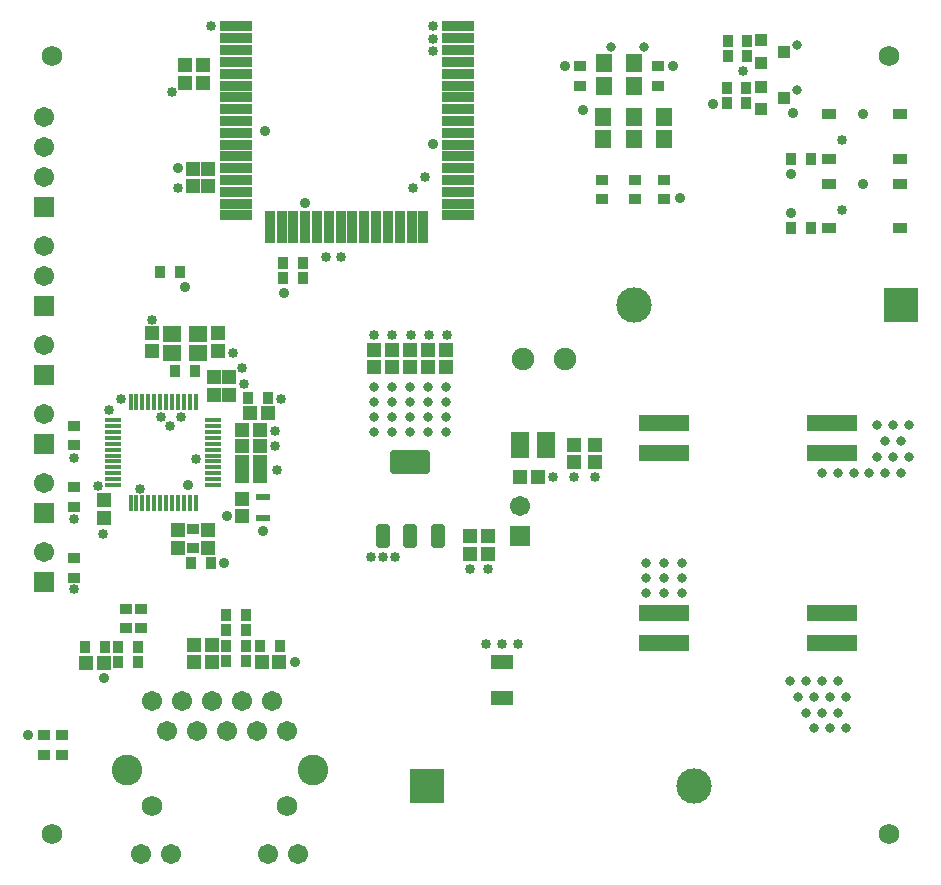
<source format=gts>
G04*
G04 #@! TF.GenerationSoftware,Altium Limited,Altium Designer,21.6.4 (81)*
G04*
G04 Layer_Color=8388736*
%FSLAX25Y25*%
%MOIN*%
G70*
G04*
G04 #@! TF.SameCoordinates,467C343A-BF68-42E8-BDDD-2ABA41F160E8*
G04*
G04*
G04 #@! TF.FilePolarity,Negative*
G04*
G01*
G75*
%ADD25R,0.06122X0.09080*%
%ADD29R,0.04921X0.02362*%
%ADD33R,0.04147X0.03556*%
%ADD34R,0.04540X0.04540*%
%ADD35R,0.03556X0.04147*%
%ADD36R,0.04540X0.04540*%
%ADD37R,0.03753X0.10800*%
%ADD38R,0.10800X0.03753*%
%ADD39R,0.05328X0.06115*%
%ADD40R,0.01800X0.05300*%
%ADD41R,0.05300X0.01800*%
%ADD42R,0.06312X0.05328*%
G04:AMPARAMS|DCode=43|XSize=133.98mil|YSize=76.9mil|CornerRadius=6.07mil|HoleSize=0mil|Usage=FLASHONLY|Rotation=180.000|XOffset=0mil|YOffset=0mil|HoleType=Round|Shape=RoundedRectangle|*
%AMROUNDEDRECTD43*
21,1,0.13398,0.06476,0,0,180.0*
21,1,0.12185,0.07690,0,0,180.0*
1,1,0.01213,-0.06093,0.03238*
1,1,0.01213,0.06093,0.03238*
1,1,0.01213,0.06093,-0.03238*
1,1,0.01213,-0.06093,-0.03238*
%
%ADD43ROUNDEDRECTD43*%
G04:AMPARAMS|DCode=44|XSize=43.43mil|YSize=76.9mil|CornerRadius=5.95mil|HoleSize=0mil|Usage=FLASHONLY|Rotation=180.000|XOffset=0mil|YOffset=0mil|HoleType=Round|Shape=RoundedRectangle|*
%AMROUNDEDRECTD44*
21,1,0.04343,0.06500,0,0,180.0*
21,1,0.03154,0.07690,0,0,180.0*
1,1,0.01190,-0.01577,0.03250*
1,1,0.01190,0.01577,0.03250*
1,1,0.01190,0.01577,-0.03250*
1,1,0.01190,-0.01577,-0.03250*
%
%ADD44ROUNDEDRECTD44*%
%ADD45R,0.16548X0.05721*%
%ADD46R,0.04737X0.03753*%
%ADD47R,0.04343X0.03950*%
%ADD48R,0.07690X0.05131*%
%ADD49C,0.11811*%
%ADD50R,0.11811X0.11811*%
%ADD51C,0.07493*%
%ADD52R,0.06706X0.06706*%
%ADD53C,0.06706*%
%ADD54C,0.06800*%
%ADD55C,0.06706*%
%ADD56C,0.10249*%
%ADD57C,0.03359*%
%ADD58C,0.03556*%
%ADD59C,0.03162*%
D25*
X256363Y243421D02*
D03*
X247500D02*
D03*
D29*
X162000Y226043D02*
D03*
Y218957D02*
D03*
D33*
X99000Y243252D02*
D03*
Y249748D02*
D03*
X116413Y188764D02*
D03*
Y182268D02*
D03*
X121110Y182252D02*
D03*
Y188748D02*
D03*
X98925Y205520D02*
D03*
Y199024D02*
D03*
X99000Y229248D02*
D03*
Y222752D02*
D03*
X295500Y325252D02*
D03*
Y331748D02*
D03*
X138500Y215461D02*
D03*
Y208965D02*
D03*
X95000Y146476D02*
D03*
Y139980D02*
D03*
X89075D02*
D03*
Y146476D02*
D03*
X293500Y369496D02*
D03*
Y363000D02*
D03*
X267500Y369496D02*
D03*
Y363000D02*
D03*
X286000Y325252D02*
D03*
Y331748D02*
D03*
X275000Y325252D02*
D03*
Y331748D02*
D03*
D34*
X138500Y329547D02*
D03*
Y335453D02*
D03*
X147000Y274638D02*
D03*
Y280543D02*
D03*
X125000D02*
D03*
Y274638D02*
D03*
X237000Y207063D02*
D03*
Y212968D02*
D03*
X230772Y207063D02*
D03*
Y212968D02*
D03*
X272500Y237563D02*
D03*
Y243468D02*
D03*
X265500Y237563D02*
D03*
Y243468D02*
D03*
X205072Y275131D02*
D03*
Y269226D02*
D03*
X199072Y275131D02*
D03*
Y269226D02*
D03*
X217072Y275131D02*
D03*
Y269226D02*
D03*
X223072Y275131D02*
D03*
Y269226D02*
D03*
X211072Y275131D02*
D03*
Y269226D02*
D03*
X155000Y219547D02*
D03*
Y225453D02*
D03*
X133500Y214968D02*
D03*
Y209063D02*
D03*
X143500Y214968D02*
D03*
Y209063D02*
D03*
X109000Y219000D02*
D03*
Y224905D02*
D03*
X145500Y260032D02*
D03*
Y265937D02*
D03*
X150500Y260032D02*
D03*
Y265937D02*
D03*
X143500Y335453D02*
D03*
Y329547D02*
D03*
D35*
X149752Y186500D02*
D03*
X156248D02*
D03*
X149752Y181500D02*
D03*
X156248D02*
D03*
Y176303D02*
D03*
X149752D02*
D03*
Y171197D02*
D03*
X156248D02*
D03*
X161000Y176303D02*
D03*
X167496D02*
D03*
X120248Y175909D02*
D03*
X113752D02*
D03*
Y170925D02*
D03*
X120248D02*
D03*
X102752Y175909D02*
D03*
X109248D02*
D03*
X168752Y304000D02*
D03*
X175248D02*
D03*
X168752Y299000D02*
D03*
X175248D02*
D03*
X139248Y268000D02*
D03*
X132752D02*
D03*
X344500Y315500D02*
D03*
X338004D02*
D03*
Y338500D02*
D03*
X344500D02*
D03*
X144500Y204000D02*
D03*
X138004D02*
D03*
X157055Y259000D02*
D03*
X163551D02*
D03*
X316468Y357397D02*
D03*
X322964D02*
D03*
Y362397D02*
D03*
X316468D02*
D03*
X323275Y377897D02*
D03*
X316779D02*
D03*
X316783Y372897D02*
D03*
X323279D02*
D03*
X127752Y301000D02*
D03*
X134248D02*
D03*
D36*
X139047Y176500D02*
D03*
X144953D02*
D03*
X139047Y171000D02*
D03*
X144953D02*
D03*
X167398D02*
D03*
X161492D02*
D03*
X102850Y170728D02*
D03*
X108756D02*
D03*
X253468Y232500D02*
D03*
X247563D02*
D03*
X157547Y254000D02*
D03*
X163453D02*
D03*
X155063Y237694D02*
D03*
X160968D02*
D03*
X155063Y232889D02*
D03*
X160968D02*
D03*
X155063Y248160D02*
D03*
X160968D02*
D03*
X155063Y243000D02*
D03*
X160968D02*
D03*
X141937Y370000D02*
D03*
X136031D02*
D03*
X141937Y364000D02*
D03*
X136031D02*
D03*
D37*
X215362Y315921D02*
D03*
X211425D02*
D03*
X199614D02*
D03*
X203551D02*
D03*
X207488D02*
D03*
X187803D02*
D03*
X191740D02*
D03*
X195677D02*
D03*
X175992D02*
D03*
X179929D02*
D03*
X183866D02*
D03*
X172055D02*
D03*
X168118D02*
D03*
X164181D02*
D03*
D38*
X153000Y339504D02*
D03*
Y343441D02*
D03*
Y347378D02*
D03*
Y351315D02*
D03*
Y355252D02*
D03*
Y359189D02*
D03*
Y363126D02*
D03*
Y367063D02*
D03*
Y371000D02*
D03*
Y374937D02*
D03*
Y378874D02*
D03*
Y382811D02*
D03*
X227055Y343441D02*
D03*
Y339504D02*
D03*
Y335567D02*
D03*
Y331630D02*
D03*
Y327693D02*
D03*
Y323756D02*
D03*
Y319819D02*
D03*
X153000D02*
D03*
Y323756D02*
D03*
Y327693D02*
D03*
Y331630D02*
D03*
Y335567D02*
D03*
X227055Y347378D02*
D03*
Y351315D02*
D03*
Y355252D02*
D03*
Y359189D02*
D03*
Y363126D02*
D03*
Y367063D02*
D03*
Y371000D02*
D03*
Y374937D02*
D03*
Y378874D02*
D03*
Y382811D02*
D03*
D39*
X275395Y352731D02*
D03*
Y345251D02*
D03*
X295465D02*
D03*
Y352731D02*
D03*
X285430Y345251D02*
D03*
Y352731D02*
D03*
X285500Y370500D02*
D03*
Y363020D02*
D03*
X275465Y370500D02*
D03*
Y363020D02*
D03*
D40*
X117783Y224036D02*
D03*
X119752D02*
D03*
X121720D02*
D03*
X123689D02*
D03*
X125657D02*
D03*
X127626D02*
D03*
X129594D02*
D03*
X133531D02*
D03*
X135500D02*
D03*
X137468D02*
D03*
X139437D02*
D03*
Y257500D02*
D03*
X137468D02*
D03*
X135500D02*
D03*
X133531D02*
D03*
X131563D02*
D03*
X129594D02*
D03*
X127626D02*
D03*
X125657D02*
D03*
X123689D02*
D03*
X121720D02*
D03*
X119752D02*
D03*
X117783D02*
D03*
X131563Y224036D02*
D03*
D41*
X145342Y229941D02*
D03*
Y231910D02*
D03*
Y233878D02*
D03*
Y235847D02*
D03*
Y237815D02*
D03*
Y239784D02*
D03*
Y241752D02*
D03*
Y243721D02*
D03*
Y245689D02*
D03*
Y247658D02*
D03*
Y249626D02*
D03*
Y251595D02*
D03*
X111878D02*
D03*
Y249626D02*
D03*
Y247658D02*
D03*
Y245689D02*
D03*
Y243721D02*
D03*
Y241752D02*
D03*
Y239784D02*
D03*
Y237815D02*
D03*
Y235847D02*
D03*
Y233878D02*
D03*
Y231910D02*
D03*
Y229941D02*
D03*
D42*
X131669Y280150D02*
D03*
X140331D02*
D03*
Y273850D02*
D03*
X131669D02*
D03*
D43*
X211072Y237663D02*
D03*
D44*
X220127Y213056D02*
D03*
X211072D02*
D03*
X202017D02*
D03*
D45*
X351453Y250732D02*
D03*
Y240732D02*
D03*
Y187268D02*
D03*
Y177268D02*
D03*
X295547D02*
D03*
Y187268D02*
D03*
Y250732D02*
D03*
Y240732D02*
D03*
D46*
X350689Y353500D02*
D03*
X374311D02*
D03*
X350689Y338736D02*
D03*
X374311D02*
D03*
X350689Y330382D02*
D03*
X374311D02*
D03*
X350689Y315618D02*
D03*
X374311D02*
D03*
D47*
X327842Y362637D02*
D03*
Y355157D02*
D03*
X335716Y358897D02*
D03*
X327842Y378137D02*
D03*
Y370657D02*
D03*
X335716Y374397D02*
D03*
D48*
X241500Y171004D02*
D03*
Y158996D02*
D03*
D49*
X305488Y129500D02*
D03*
X285512Y290000D02*
D03*
D50*
X216512Y129500D02*
D03*
X374488Y290000D02*
D03*
D51*
X262500Y272000D02*
D03*
X248721D02*
D03*
D52*
X247500Y213000D02*
D03*
X89000Y266500D02*
D03*
Y220500D02*
D03*
Y197500D02*
D03*
Y243500D02*
D03*
Y322500D02*
D03*
Y289500D02*
D03*
D53*
X247500Y223000D02*
D03*
X89000Y276500D02*
D03*
Y230500D02*
D03*
Y207500D02*
D03*
Y253500D02*
D03*
Y332500D02*
D03*
Y342500D02*
D03*
Y352500D02*
D03*
Y299500D02*
D03*
Y309500D02*
D03*
D54*
X370500Y373000D02*
D03*
X170000Y123000D02*
D03*
X125000Y123000D02*
D03*
X91500Y373000D02*
D03*
Y113500D02*
D03*
X370500D02*
D03*
D55*
X173602Y107016D02*
D03*
X121398D02*
D03*
X163602D02*
D03*
X170000Y148000D02*
D03*
X125000Y158000D02*
D03*
X165000D02*
D03*
X160000Y148000D02*
D03*
X155000Y158000D02*
D03*
X150000Y148000D02*
D03*
X145000Y158000D02*
D03*
X140000Y148000D02*
D03*
X135000Y158000D02*
D03*
X130000Y148000D02*
D03*
X131398Y107016D02*
D03*
D56*
X178504Y135008D02*
D03*
X116496D02*
D03*
D57*
X99000Y239000D02*
D03*
X108500Y213500D02*
D03*
X98925Y195291D02*
D03*
X99000Y218500D02*
D03*
X139630Y238630D02*
D03*
X133500Y329000D02*
D03*
X322000Y368000D02*
D03*
X131500Y361000D02*
D03*
X206027Y206000D02*
D03*
X202008Y206008D02*
D03*
X197973Y206000D02*
D03*
X212000Y329000D02*
D03*
X216000Y332500D02*
D03*
X131000Y249500D02*
D03*
X128000Y252500D02*
D03*
X218500Y374500D02*
D03*
X355000Y345000D02*
D03*
Y321500D02*
D03*
X218500Y378500D02*
D03*
X134500Y252500D02*
D03*
X125000Y285000D02*
D03*
X152000Y274000D02*
D03*
X188000Y306000D02*
D03*
X183000D02*
D03*
X110500Y255000D02*
D03*
X114500Y258500D02*
D03*
X258462Y232492D02*
D03*
X272553D02*
D03*
X265553D02*
D03*
X230772Y202031D02*
D03*
X237000D02*
D03*
X217112Y280109D02*
D03*
X205085D02*
D03*
X199072D02*
D03*
X211099D02*
D03*
X223125D02*
D03*
X246800Y177000D02*
D03*
X241500D02*
D03*
X236200D02*
D03*
X168000Y258500D02*
D03*
X166000Y243000D02*
D03*
Y248000D02*
D03*
X166500Y235000D02*
D03*
X218500Y383000D02*
D03*
X144500D02*
D03*
X155000Y269000D02*
D03*
X155500Y263500D02*
D03*
X107000Y229500D02*
D03*
X120806Y228787D02*
D03*
D58*
X133500Y335500D02*
D03*
X137000Y230000D02*
D03*
X172500Y171000D02*
D03*
X109000Y165500D02*
D03*
X162500Y348000D02*
D03*
X169000Y294000D02*
D03*
X136000Y296000D02*
D03*
X298500Y369500D02*
D03*
X162000Y214500D02*
D03*
X149000Y204000D02*
D03*
X150000Y219500D02*
D03*
X338000Y320500D02*
D03*
X337970Y333529D02*
D03*
X362000Y330411D02*
D03*
Y353500D02*
D03*
X338471Y354029D02*
D03*
X311970Y357030D02*
D03*
X301000Y325500D02*
D03*
X175970Y324029D02*
D03*
X268500Y355000D02*
D03*
X262500Y369500D02*
D03*
X83500Y146500D02*
D03*
X218500Y343500D02*
D03*
D59*
X356102Y159449D02*
D03*
Y148819D02*
D03*
X353445Y164764D02*
D03*
X350787Y159449D02*
D03*
X353445Y154134D02*
D03*
X350787Y148819D02*
D03*
X348130Y164764D02*
D03*
X345472Y159449D02*
D03*
X348130Y154134D02*
D03*
X345472Y148819D02*
D03*
X342815Y164764D02*
D03*
X340157Y159449D02*
D03*
X342815Y154134D02*
D03*
X337500Y164764D02*
D03*
X377362Y249803D02*
D03*
Y239173D02*
D03*
X372047Y249803D02*
D03*
X374705Y244488D02*
D03*
X372047Y239173D02*
D03*
X374705Y233858D02*
D03*
X366732Y249803D02*
D03*
X369390Y244488D02*
D03*
X366732Y239173D02*
D03*
X369390Y233858D02*
D03*
X364075D02*
D03*
X358760D02*
D03*
X353445D02*
D03*
X348130D02*
D03*
X289000Y376000D02*
D03*
X340000Y376500D02*
D03*
X278000Y376000D02*
D03*
X289500Y204000D02*
D03*
Y199000D02*
D03*
Y194000D02*
D03*
X295500D02*
D03*
Y199000D02*
D03*
X301500Y194000D02*
D03*
Y199000D02*
D03*
Y204000D02*
D03*
X295500D02*
D03*
X217072Y247663D02*
D03*
X223072D02*
D03*
Y252663D02*
D03*
X217072D02*
D03*
X205072Y257663D02*
D03*
X199072Y252663D02*
D03*
X211072Y257663D02*
D03*
X205072Y252663D02*
D03*
Y247663D02*
D03*
X211072D02*
D03*
Y252663D02*
D03*
X199072Y247663D02*
D03*
Y257663D02*
D03*
X205072Y262663D02*
D03*
X217072D02*
D03*
X223072D02*
D03*
Y257663D02*
D03*
X217072D02*
D03*
X199072Y262663D02*
D03*
X211072D02*
D03*
X340000Y361500D02*
D03*
M02*

</source>
